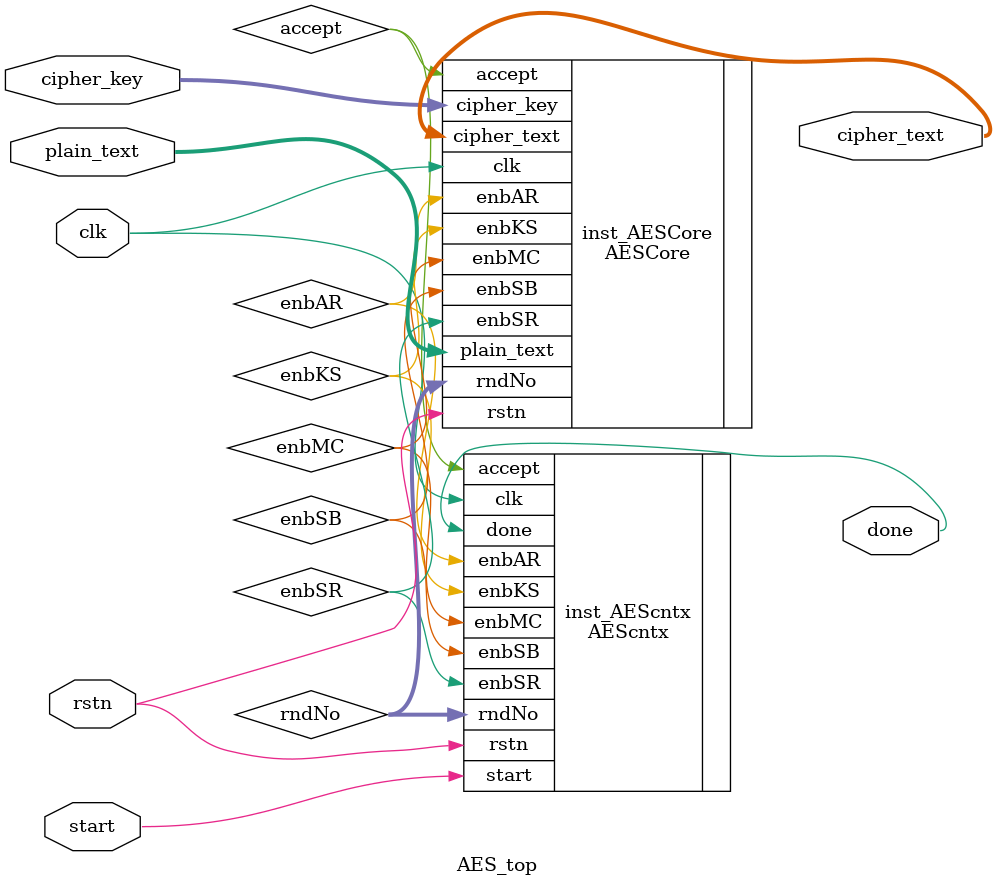
<source format=v>
module AES_top #(parameter N=4)(
//from testbench
input clk,
input start,
input rstn,
input [127:0] plain_text,
input [127:0] cipher_key,
//to testbench
output done,
output [127:0] cipher_text
);

wire accept;
wire [3:0] rndNo ;
wire enbSB ;
wire enbSR ;
wire enbMC ;
wire enbAR ;
wire enbKS ;

//instantiation of AEScntx module
AEScntx inst_AEScntx(
.clk(clk), 
.start(start),
.rstn(rstn),
.accept(accept),
.rndNo(rndNo),
.enbSB(enbSB),
.enbSR(enbSR),
.enbMC(enbMC),
.enbAR(enbAR),
.enbKS(enbKS),
.done(done)
);

//instantiation of AESCore module
AESCore inst_AESCore(
.clk(clk),
.rstn(rstn),
.plain_text(plain_text),
.cipher_key(cipher_key),
.accept(accept),
.rndNo(rndNo),
.enbSB(enbSB),
.enbSR(enbSR),
.enbMC(enbMC),
.enbAR(enbAR),
.enbKS(enbKS),
.cipher_text(cipher_text)
);

endmodule

</source>
